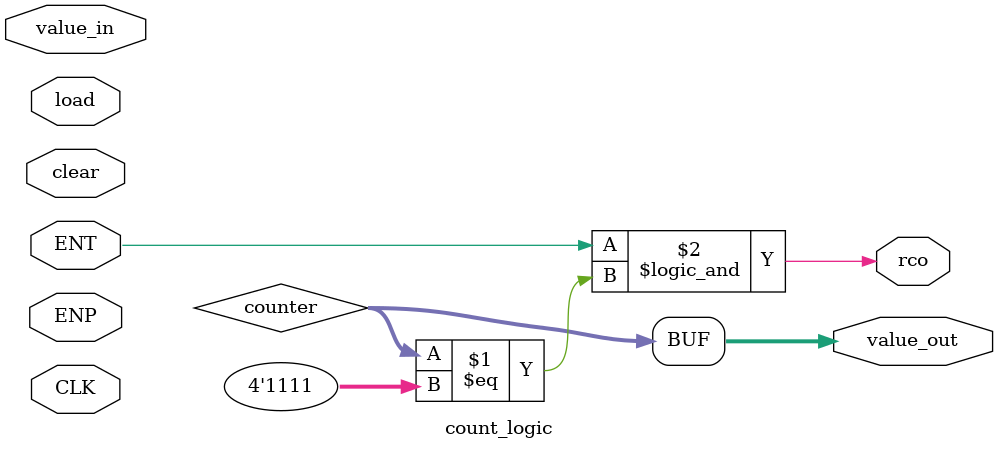
<source format=v>
`timescale 1ps / 1ps

module count_logic (CLK, load, clear, ENP, ENT, rco, value_out, value_in);
	
  input CLK ;
  input load ;
  input clear ;
  input ENP ;
  input ENT ;
  input [3:0] value_in;
	
  output [3:0] value_out;
  output     rco;
	
  reg [3:0]  counter;
	
  assign     value_out = counter;
  assign     rco = ENT && (counter == 15);
	
  always@(posedge CLK)
    begin
      if (clear) begin
	// clear
	// fill in a statement for clearing the counter
      end else if (load) begin 
	// load
	// fill in a statement for loading the counter
      end else if (ENP && ENT) begin
	// count
	// fill in a statement for incrementing the counter
      end else begin
	// hold
	// fill in a statement for holding the counter
      end
    end // always@ (posedge CLK)
	
endmodule

</source>
